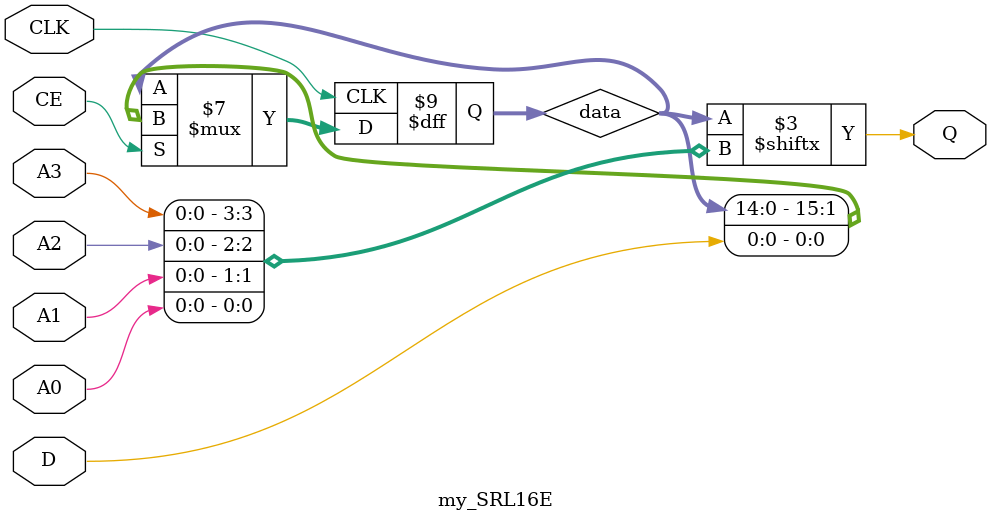
<source format=v>


`timescale 1ns/1ns

`ifndef Tcq
  `define Tcq 1 
`endif

module pcie_blk_ll_credit
//{{{ Module Port/Parameters
#(
       parameter C_STREAMING          = 0,
       parameter C_CALENDAR_STREAMING = 4, 
       parameter C_CALENDAR_LEN       = 9,
       parameter C_CALENDAR_SUB_LEN   = 12,
       //RxStream=68, TxCpl=08, SUB_SEQ=FF
       parameter C_CALENDAR_SEQ       = 72'h68_08_68_2C_68_08_68_0C_FF, //S Tc S T1 S Tc S T2 F
       //CPLLim: tPHl=20,tNPHl=24,tCHl=28,tPDl=2C,tNPDl=30,tCDl=34
       //RFC:    rPHa=40,rPHr=60,rNPHa=44,rNPHr=64,rPDa=4C,rPDr=6C
       parameter C_CALENDAR_SUB_SEQ   = 96'h40_60_44_64_4C_6C_20_24_28_2C_30_34,
       parameter MPS                  = 3'b101,
       parameter LEGACY_EP            = 0,
       //These parameters are only used for SV assertions, and are set via
       //defparams via "board.v".
       parameter BFM_INIT_FC_PH       = 0,
       parameter BFM_INIT_FC_PD       = 0,
       parameter BFM_INIT_FC_NPH      = 0,
       parameter BFM_INIT_FC_NPD      = 0,
       parameter BFM_INIT_FC_CPLH     = 0,
       parameter BFM_INIT_FC_CPLD     = 0
)
(
       // PCIe Block clock and reset
       input  wire         clk,
       input  wire         rst_n,
       // PCIe Block Management Interface
       output reg   [6:0]  mgmt_stats_credit_sel,
       input  wire [11:0]  mgmt_stats_credit,
       // PCIe Soft Macro Trn Interface
       output reg   [7:0]  trn_pfc_ph_cl   = 0,
       output reg   [7:0]  trn_pfc_nph_cl  = 0,
       output reg   [7:0]  trn_pfc_cplh_cl = 0,
       output reg          trn_pfc_cplh_cl_upd = 0,
       output reg  [11:0]  trn_pfc_pd_cl   = 0,
       output reg  [11:0]  trn_pfc_npd_cl  = 0,
       output reg  [11:0]  trn_pfc_cpld_cl = 0,
       input               trn_lnk_up_n,
       output reg   [7:0]  trn_rfc_ph_av          = 0,
       output reg  [11:0]  trn_rfc_pd_av          = 0,
       output reg   [7:0]  trn_rfc_nph_av         = 0,
       output wire [11:0]  trn_rfc_npd_av,
       output wire  [7:0]  trn_rfc_cplh_av,
       output wire [11:0]  trn_rfc_cpld_av,
       // I/O to Rx Arb, for Streaming Credit Data
       input  wire         trn_rcpl_streaming_n,
       output reg   [7:0]  rx_ch_credits_received     = 0,
       output reg          rx_ch_credits_received_inc = 0,
       // I/O for Tx Cpl Data
       output reg   [7:0]  tx_ch_credits_consumed     = 0,
       // I/O for Tx PD 
       output reg  [11:0]  tx_pd_credits_available    = 0,
       output reg  [11:0]  tx_pd_credits_consumed     = 0,
       output reg  [11:0]  tx_npd_credits_available   = 0,
       output reg  [11:0]  tx_npd_credits_consumed    = 0,
       output reg  [11:0]  tx_cd_credits_available    = 0,
       output wire [11:0]  tx_cd_credits_consumed,
       input  wire         clear_cpl_count,
       output reg          pd_credit_limited          = 1, 
       output reg          npd_credit_limited         = 1, 
       output reg          cd_credit_limited          = 1,
       input  wire         l0_stats_cfg_transmitted
); 
//}}}
//{{{ Functions, Regs, Wires, Parameters

reg  [11:0] reg_ph_alloc  = 0;
reg  [11:0] reg_nph_alloc = 0;
reg  [11:0] reg_pd_alloc  = 0;
reg  [11:0] reg_recvd     = 0;
reg   [6:0] mgmt_stats_credit_sel_d = 0;
wire        service_stream;
reg         service_rxrcd_ch        = 0;
wire        service_txcpl;
reg         service_txcon_pd        = 0;
reg         service_txcon_npd       = 0;
reg         service_txcon_cd        = 0;
reg         service_txcon_ch        = 0;
reg         service_txcon_pd_d      = 0;
reg         service_txcon_npd_d     = 0;
reg         service_txcon_cd_d      = 0;
reg         service_txlim_ph        = 0;
reg         service_txlim_nph       = 0;
reg         service_txlim_ch        = 0;
reg         service_txlim_pd        = 0;
reg         service_txlim_npd       = 0;
reg         service_txlim_cd        = 0;
reg         service_txlim_ph_d      = 0;
reg         service_txlim_nph_d     = 0;
reg         service_txlim_ch_d      = 0;
reg         service_txlim_pd_d      = 0;
reg         service_txlim_npd_d     = 0;
reg         service_txlim_cd_d      = 0;
reg         service_rxall_ph        = 0;
reg         service_rxrcd_ph        = 0;
reg         service_rxall_nph       = 0;
reg         service_rxrcd_nph       = 0;
reg         service_rxall_pd        = 0;
reg         service_rxrcd_pd        = 0;
reg         service_rxall_ph_d      = 0;
reg         service_rxall_nph_d     = 0;
reg         service_rxall_pd_d      = 0;
reg         service_rxrcd_ph_d      = 0;
reg         service_rxrcd_nph_d     = 0;
reg         service_rxrcd_pd_d      = 0;
reg         service_rxrcd_ph_d2     = 0;
reg         service_rxrcd_nph_d2    = 0;
reg         service_rxrcd_pd_d2     = 0;
reg         trn_pfc_ph_cl_upd       = 0;
reg         trn_pfc_nph_cl_upd      = 0;
reg         trn_pfc_pd_cl_upd       = 0;
reg         trn_pfc_npd_cl_upd      = 0;
reg         trn_pfc_cpld_cl_upd     = 0;
reg         pd_credit_limited_upd   = 0;
reg         npd_credit_limited_upd  = 0;
reg         cd_credit_limited_upd   = 0;
reg  [11:0] tx_cd_credits_consumed_int   = 0;
reg  [11:0] tx_cd_credits_consumed_all   = 0;
reg  [11:0] tx_cd_credits_consumed_trn   = 0;
reg  [11:0] tx_cd_credits_consumed_diff  = 0;
reg  [11:0] l0_stats_cfg_transmitted_cnt = 0;
reg  [11:0] mgmt_stats_credit_d          = 0;

wire  [7:0] cal_seq_out;
wire  [1:0] cal_tag_out;
wire  [6:0] cal_sub_seq_out;

wire  [7:0] old_cal_seq_out;
wire  [1:0] old_cal_tag_out;
wire  [6:0] old_cal_sub_seq_out;

reg   [3:0] cal_addr   = (C_CALENDAR_LEN     - 1)%16;
wire        cal_enable;
reg   [4:0] initial_header_read_cntr = 0;
reg         initial_header_read = 1;
integer     i,j;

assign trn_rfc_npd_av  = 0;
assign trn_rfc_cplh_av = 0;
assign trn_rfc_cpld_av = 0;

// ==============================
// VC
localparam VC0            = 2'b00;
// ==============================
// Channel
localparam CREDIT_SEL_PH  = 3'b000;
localparam CREDIT_SEL_NPH = 3'b001;
localparam CREDIT_SEL_CH  = 3'b010;
localparam CREDIT_SEL_PD  = 3'b011;
localparam CREDIT_SEL_NPD = 3'b100;
localparam CREDIT_SEL_CD  = 3'b101;
`define CREDIT_SEL_PH   3'h0
`define CREDIT_SEL_NPH  3'h1
`define CREDIT_SEL_CH   3'h2
`define CREDIT_SEL_PD   3'h3
`define CREDIT_SEL_NPD  3'h4
`define CREDIT_SEL_CD   3'h5
// ==============================
// Credit Type Information
localparam CREDIT_TX_CONS  = 2'b00;
localparam CREDIT_TX_LIM   = 2'b01;
localparam CREDIT_RX_ALLO  = 2'b10;
localparam CREDIT_RX_RCVD  = 2'b11;
`define CREDIT_TX_CONS   3'h0
`define CREDIT_TX_LIM    3'h1
`define CREDIT_RX_ALLO   3'h2
`define CREDIT_RX_RCVD   3'h3
// ==============================


function integer numsrl (input integer length);
  begin
    if (length%16 == 0) numsrl = length/16;
    else                numsrl = (length[31:4]+1);
  end
endfunction

function integer parsecal (input integer index, input reg [127:0] CAL_SEQ,
                           input integer CAL_LEN, input integer numsrl);
  integer g;
  begin
    for (g=0; g<numsrl*16; g=g+1)
      if (g>=CAL_LEN)
        parsecal[g] = 0;
      else
        parsecal[g] = CAL_SEQ[index + g*8];
  end
endfunction

function integer tagcal (input integer index, input reg [127:0] CAL_SEQ,
                         input integer CAL_LEN, input integer numsrl);
  integer g;
  reg [5:0] S;
  begin
     for (g=0; g<numsrl*16; g=g+1) begin
      S[5] = CAL_SEQ[g*8+7];
      S[4] = CAL_SEQ[g*8+6];
      S[3] = CAL_SEQ[g*8+5];
      S[2] = CAL_SEQ[g*8+4];
      S[1] = CAL_SEQ[g*8+3];
      S[0] = CAL_SEQ[g*8+2];
      if (g>=CAL_LEN)
        tagcal[g] = 0;
      else if ((S[5:0] == { `CREDIT_TX_CONS , `CREDIT_SEL_PD }) ||
               (S[5:0] == { `CREDIT_TX_LIM ,  `CREDIT_SEL_PD }))
        tagcal[g] = 1;      //PD  = 11
      else if ((S[5:0] == { `CREDIT_TX_CONS , `CREDIT_SEL_NPD }) ||
               (S[5:0] == { `CREDIT_TX_LIM ,  `CREDIT_SEL_NPD }))
        tagcal[g] = index;  //NPD = 10
      else if ((S[5:0] == { `CREDIT_TX_CONS , `CREDIT_SEL_CD }) ||
               (S[5:0] == { `CREDIT_TX_LIM ,  `CREDIT_SEL_CD }))
        tagcal[g] = !index; //CD  = 01 
      else
        tagcal[g] = 0;      //everything else = 00 
     end
  end
endfunction

//}}}

//{{{ Instantiate SRLs for Calendar
parameter number_srls     = numsrl(C_CALENDAR_LEN);
parameter number_srls_sub = numsrl(C_CALENDAR_SUB_LEN);
parameter [number_srls*16-1:0]     CALTAGINIT1 = tagcal(1, C_CALENDAR_SEQ,C_CALENDAR_LEN,number_srls);
parameter [number_srls*16-1:0]     CALTAGINIT0 = tagcal(0, C_CALENDAR_SEQ,C_CALENDAR_LEN,number_srls);
parameter [number_srls*16-1:0]     CALINIT7    = parsecal(7, C_CALENDAR_SEQ,C_CALENDAR_LEN,number_srls);
parameter [number_srls*16-1:0]     CALINIT6    = parsecal(6, C_CALENDAR_SEQ,C_CALENDAR_LEN,number_srls);
parameter [number_srls*16-1:0]     CALINIT5    = parsecal(5, C_CALENDAR_SEQ,C_CALENDAR_LEN,number_srls);
parameter [number_srls*16-1:0]     CALINIT4    = parsecal(4, C_CALENDAR_SEQ,C_CALENDAR_LEN,number_srls);
parameter [number_srls*16-1:0]     CALINIT3    = parsecal(3, C_CALENDAR_SEQ,C_CALENDAR_LEN,number_srls);
parameter [number_srls*16-1:0]     CALINIT2    = parsecal(2, C_CALENDAR_SEQ,C_CALENDAR_LEN,number_srls);
parameter [number_srls_sub*16-1:0] CALSUBINIT6 = parsecal(6, C_CALENDAR_SUB_SEQ,C_CALENDAR_SUB_LEN,number_srls_sub);
parameter [number_srls_sub*16-1:0] CALSUBINIT5 = parsecal(5, C_CALENDAR_SUB_SEQ,C_CALENDAR_SUB_LEN,number_srls_sub);
parameter [number_srls_sub*16-1:0] CALSUBINIT4 = parsecal(4, C_CALENDAR_SUB_SEQ,C_CALENDAR_SUB_LEN,number_srls_sub);
parameter [number_srls_sub*16-1:0] CALSUBINIT3 = parsecal(3, C_CALENDAR_SUB_SEQ,C_CALENDAR_SUB_LEN,number_srls_sub);
parameter [number_srls_sub*16-1:0] CALSUBINIT2 = parsecal(2, C_CALENDAR_SUB_SEQ,C_CALENDAR_SUB_LEN,number_srls_sub);

parameter CAL_SUB_ADDR = (C_CALENDAR_SUB_LEN - 1)%16;

always @(posedge clk) begin
   if (~rst_n) begin
     cal_addr                 <= #`Tcq (C_CALENDAR_LEN - 1)%16;
   end else if (!cal_enable) begin
     cal_addr                 <= #`Tcq cal_addr - 1;
   end
end

always @(posedge clk) begin
   if (~rst_n) begin
     initial_header_read      <= #`Tcq 1;
     initial_header_read_cntr <= #`Tcq 'h0;
   end else begin
     if (initial_header_read_cntr < 'd16) begin
       initial_header_read_cntr <= #`Tcq initial_header_read_cntr + 1;
       initial_header_read      <= #`Tcq 1;
     end else begin
       initial_header_read      <= #`Tcq 0;
     end
   end
end

assign cal_enable = !((!pd_credit_limited  && (cal_tag_out[1:0]==2'b11)) ||
                      (!npd_credit_limited && (cal_tag_out[1:0]==2'b10) && LEGACY_EP) ||
                      (!cd_credit_limited  && (cal_tag_out[1:0]==2'b01)));

assign cal_seq_out[1:0]     = 2'b00;
assign cal_sub_seq_out[1:0] = 2'b00;


assign old_cal_seq_out[1:0]     = 2'b00;
assign old_cal_sub_seq_out[1:0] = 2'b00;


// old SRL, left for comparison
//synthesis translate_off
genvar j_srl;
generate for (j_srl=0; j_srl<number_srls; j_srl=j_srl+1) begin: old_srl_gen
    SRL16E #(.INIT(CALTAGINIT1[15:0])) srl_cal_tag1
     (.D(old_cal_tag_out[1]),.Q(old_cal_tag_out[1]),.CLK(clk),.CE(cal_enable),
      .A3(cal_addr[3]),.A2(cal_addr[2]),.A1(cal_addr[1]),.A0(cal_addr[0]));
    SRL16E #(.INIT(CALTAGINIT0[15:0])) srl_cal_tag0
     (.D(old_cal_tag_out[0]),.Q(old_cal_tag_out[0]),.CLK(clk),.CE(cal_enable),
      .A3(cal_addr[3]),.A2(cal_addr[2]),.A1(cal_addr[1]),.A0(cal_addr[0]));
    SRL16E #(.INIT(CALINIT7[15:0])) srl_cal7 
     (.D(old_cal_seq_out[7]),.Q(old_cal_seq_out[7]),.CLK(clk),.CE(cal_enable),
      .A3(cal_addr[3]),.A2(cal_addr[2]),.A1(cal_addr[1]),.A0(cal_addr[0]));
    SRL16E #(.INIT(CALINIT6[15:0])) srl_cal6
     (.D(old_cal_seq_out[6]),.Q(old_cal_seq_out[6]),.CLK(clk),.CE(cal_enable),
      .A3(cal_addr[3]),.A2(cal_addr[2]),.A1(cal_addr[1]),.A0(cal_addr[0]));
    SRL16E #(.INIT(CALINIT5[15:0])) srl_cal5
     (.D(old_cal_seq_out[5]),.Q(old_cal_seq_out[5]),.CLK(clk),.CE(cal_enable),
      .A3(cal_addr[3]),.A2(cal_addr[2]),.A1(cal_addr[1]),.A0(cal_addr[0]));
    SRL16E #(.INIT(CALINIT4[15:0])) srl_cal4
     (.D(old_cal_seq_out[4]),.Q(old_cal_seq_out[4]),.CLK(clk),.CE(cal_enable),
      .A3(cal_addr[3]),.A2(cal_addr[2]),.A1(cal_addr[1]),.A0(cal_addr[0]));
    SRL16E #(.INIT(CALINIT3[15:0])) srl_cal3
     (.D(old_cal_seq_out[3]),.Q(old_cal_seq_out[3]),.CLK(clk),.CE(cal_enable),
      .A3(cal_addr[3]),.A2(cal_addr[2]),.A1(cal_addr[1]),.A0(cal_addr[0]));
    SRL16E #(.INIT(CALINIT2[15:0])) srl_cal2
     (.D(old_cal_seq_out[2]),.Q(old_cal_seq_out[2]),.CLK(clk),.CE(cal_enable),
      .A3(cal_addr[3]),.A2(cal_addr[2]),.A1(cal_addr[1]),.A0(cal_addr[0]));
end
endgenerate
//synthesis translate_on


genvar i_srl;
generate for (i_srl=0; i_srl<number_srls; i_srl=i_srl+1) begin: srl_gen
    my_SRL16E #(.INIT(CALTAGINIT1[15:0])) srl_cal_tag1
     (.D(cal_tag_out[1]),.Q(cal_tag_out[1]),.CLK(clk),.CE(cal_enable & rst_n),
      .A3(cal_addr[3]),.A2(cal_addr[2]),.A1(cal_addr[1]),.A0(cal_addr[0]));
    my_SRL16E #(.INIT(CALTAGINIT0[15:0])) srl_cal_tag0
     (.D(cal_tag_out[0]),.Q(cal_tag_out[0]),.CLK(clk),.CE(cal_enable & rst_n),
      .A3(cal_addr[3]),.A2(cal_addr[2]),.A1(cal_addr[1]),.A0(cal_addr[0]));
    my_SRL16E #(.INIT(CALINIT7[15:0])) srl_cal7 
     (.D(cal_seq_out[7]),.Q(cal_seq_out[7]),.CLK(clk),.CE(cal_enable & rst_n),
      .A3(cal_addr[3]),.A2(cal_addr[2]),.A1(cal_addr[1]),.A0(cal_addr[0]));
    my_SRL16E #(.INIT(CALINIT6[15:0])) srl_cal6
     (.D(cal_seq_out[6]),.Q(cal_seq_out[6]),.CLK(clk),.CE(cal_enable & rst_n),
      .A3(cal_addr[3]),.A2(cal_addr[2]),.A1(cal_addr[1]),.A0(cal_addr[0]));
    my_SRL16E #(.INIT(CALINIT5[15:0])) srl_cal5
     (.D(cal_seq_out[5]),.Q(cal_seq_out[5]),.CLK(clk),.CE(cal_enable & rst_n),
      .A3(cal_addr[3]),.A2(cal_addr[2]),.A1(cal_addr[1]),.A0(cal_addr[0]));
    my_SRL16E #(.INIT(CALINIT4[15:0])) srl_cal4
     (.D(cal_seq_out[4]),.Q(cal_seq_out[4]),.CLK(clk),.CE(cal_enable & rst_n),
      .A3(cal_addr[3]),.A2(cal_addr[2]),.A1(cal_addr[1]),.A0(cal_addr[0]));
    my_SRL16E #(.INIT(CALINIT3[15:0])) srl_cal3
     (.D(cal_seq_out[3]),.Q(cal_seq_out[3]),.CLK(clk),.CE(cal_enable & rst_n),
      .A3(cal_addr[3]),.A2(cal_addr[2]),.A1(cal_addr[1]),.A0(cal_addr[0]));
    my_SRL16E #(.INIT(CALINIT2[15:0])) srl_cal2
     (.D(cal_seq_out[2]),.Q(cal_seq_out[2]),.CLK(clk),.CE(cal_enable & rst_n),
      .A3(cal_addr[3]),.A2(cal_addr[2]),.A1(cal_addr[1]),.A0(cal_addr[0]));
end
endgenerate


// old SRL, left for comparison
//synthesis translate_off
genvar j_ssrl;
generate for (j_ssrl=0; j_ssrl<number_srls_sub; j_ssrl=j_ssrl+1) begin: old_sub_srl_gen

    SRL16E #(.INIT(CALSUBINIT6[15:0])) srl_sub_cal6
     (.D(old_cal_sub_seq_out[6]),.Q(old_cal_sub_seq_out[6]),.CLK(clk),.CE(cal_seq_out[7]),
      .A3(CAL_SUB_ADDR[3]),.A2(CAL_SUB_ADDR[2]),.A1(CAL_SUB_ADDR[1]),.A0(CAL_SUB_ADDR[0]));
    SRL16E #(.INIT(CALSUBINIT5[15:0])) srl_sub_cal5
     (.D(old_cal_sub_seq_out[5]),.Q(old_cal_sub_seq_out[5]),.CLK(clk),.CE(cal_seq_out[7]),
      .A3(CAL_SUB_ADDR[3]),.A2(CAL_SUB_ADDR[2]),.A1(CAL_SUB_ADDR[1]),.A0(CAL_SUB_ADDR[0]));
    SRL16E #(.INIT(CALSUBINIT4[15:0])) srl_sub_cal4
     (.D(old_cal_sub_seq_out[4]),.Q(old_cal_sub_seq_out[4]),.CLK(clk),.CE(cal_seq_out[7]),
      .A3(CAL_SUB_ADDR[3]),.A2(CAL_SUB_ADDR[2]),.A1(CAL_SUB_ADDR[1]),.A0(CAL_SUB_ADDR[0]));
    SRL16E #(.INIT(CALSUBINIT3[15:0])) srl_sub_cal3
     (.D(old_cal_sub_seq_out[3]),.Q(old_cal_sub_seq_out[3]),.CLK(clk),.CE(cal_seq_out[7]),
      .A3(CAL_SUB_ADDR[3]),.A2(CAL_SUB_ADDR[2]),.A1(CAL_SUB_ADDR[1]),.A0(CAL_SUB_ADDR[0]));
    SRL16E #(.INIT(CALSUBINIT2[15:0])) srl_sub_cal2
     (.D(old_cal_sub_seq_out[2]),.Q(old_cal_sub_seq_out[2]),.CLK(clk),.CE(cal_seq_out[7]),
      .A3(CAL_SUB_ADDR[3]),.A2(CAL_SUB_ADDR[2]),.A1(CAL_SUB_ADDR[1]),.A0(CAL_SUB_ADDR[0]));
end
endgenerate
//synthesis translate_on



genvar i_ssrl;
generate for (i_ssrl=0; i_ssrl<number_srls_sub; i_ssrl=i_ssrl+1) begin: sub_srl_gen
    my_SRL16E #(.INIT(CALSUBINIT6[15:0])) srl_sub_cal6
     (.D(cal_sub_seq_out[6]),.Q(cal_sub_seq_out[6]),.CLK(clk),.CE(cal_seq_out[7] & rst_n),
      .A3(CAL_SUB_ADDR[3]),.A2(CAL_SUB_ADDR[2]),.A1(CAL_SUB_ADDR[1]),.A0(CAL_SUB_ADDR[0]));
    my_SRL16E #(.INIT(CALSUBINIT5[15:0])) srl_sub_cal5
     (.D(cal_sub_seq_out[5]),.Q(cal_sub_seq_out[5]),.CLK(clk),.CE(cal_seq_out[7] & rst_n),
      .A3(CAL_SUB_ADDR[3]),.A2(CAL_SUB_ADDR[2]),.A1(CAL_SUB_ADDR[1]),.A0(CAL_SUB_ADDR[0]));
    my_SRL16E #(.INIT(CALSUBINIT4[15:0])) srl_sub_cal4
     (.D(cal_sub_seq_out[4]),.Q(cal_sub_seq_out[4]),.CLK(clk),.CE(cal_seq_out[7] & rst_n),
      .A3(CAL_SUB_ADDR[3]),.A2(CAL_SUB_ADDR[2]),.A1(CAL_SUB_ADDR[1]),.A0(CAL_SUB_ADDR[0]));
    my_SRL16E #(.INIT(CALSUBINIT3[15:0])) srl_sub_cal3
     (.D(cal_sub_seq_out[3]),.Q(cal_sub_seq_out[3]),.CLK(clk),.CE(cal_seq_out[7] & rst_n),
      .A3(CAL_SUB_ADDR[3]),.A2(CAL_SUB_ADDR[2]),.A1(CAL_SUB_ADDR[1]),.A0(CAL_SUB_ADDR[0]));
    my_SRL16E #(.INIT(CALSUBINIT2[15:0])) srl_sub_cal2
     (.D(cal_sub_seq_out[2]),.Q(cal_sub_seq_out[2]),.CLK(clk),.CE(cal_seq_out[7] & rst_n),
      .A3(CAL_SUB_ADDR[3]),.A2(CAL_SUB_ADDR[2]),.A1(CAL_SUB_ADDR[1]),.A0(CAL_SUB_ADDR[0]));
end
endgenerate



//}}}
//{{{ Parse Calendar & Trigger for Service of Streaming or Tx Cpl Credit Data
always @(posedge clk) begin
   if (~rst_n || trn_lnk_up_n) begin
     mgmt_stats_credit_sel   <= #`Tcq 'h0;
     mgmt_stats_credit_sel_d <= #`Tcq 'h0;
     service_rxall_ph  <= #`Tcq 1'b0;
     service_rxall_nph <= #`Tcq 1'b0;
     service_rxall_pd  <= #`Tcq 1'b0;
     service_rxrcd_ph  <= #`Tcq 1'b0;
     service_rxrcd_nph <= #`Tcq 1'b0;
     service_rxrcd_ch  <= #`Tcq 1'b0;
     service_rxrcd_pd  <= #`Tcq 1'b0;
     service_txcon_ch  <= #`Tcq 1'b0;
     service_txcon_pd  <= #`Tcq 1'b0;
     service_txcon_npd <= #`Tcq 1'b0;
     service_txcon_cd  <= #`Tcq 1'b0;
     service_txlim_ph  <= #`Tcq 1'b0;
     service_txlim_nph <= #`Tcq 1'b0;
     service_txlim_ch  <= #`Tcq 1'b0;
     service_txlim_pd  <= #`Tcq 1'b0;
     service_txlim_npd <= #`Tcq 1'b0;
     service_txlim_cd  <= #`Tcq 1'b0;
   end else begin
     mgmt_stats_credit_sel   <= #`Tcq {(cal_seq_out[7] || initial_header_read )? cal_sub_seq_out[6:2]:cal_seq_out[6:2], VC0};
     mgmt_stats_credit_sel_d <= #`Tcq mgmt_stats_credit_sel;
     service_rxall_ph  <= #`Tcq mgmt_stats_credit_sel_d[6:2] == {CREDIT_RX_ALLO,CREDIT_SEL_PH}; //0x40
     service_rxall_nph <= #`Tcq mgmt_stats_credit_sel_d[6:2] == {CREDIT_RX_ALLO,CREDIT_SEL_NPH};//0x44
     service_rxall_pd  <= #`Tcq mgmt_stats_credit_sel_d[6:2] == {CREDIT_RX_ALLO,CREDIT_SEL_PD}; //0x4C
     service_rxrcd_ph  <= #`Tcq mgmt_stats_credit_sel_d[6:2] == {CREDIT_RX_RCVD,CREDIT_SEL_PH}; //0x60
     service_rxrcd_nph <= #`Tcq mgmt_stats_credit_sel_d[6:2] == {CREDIT_RX_RCVD,CREDIT_SEL_NPH};//0x64
     service_rxrcd_ch  <= #`Tcq mgmt_stats_credit_sel_d[6:2] == {CREDIT_RX_RCVD,CREDIT_SEL_CH}; //0x68 (streaming)
     service_rxrcd_pd  <= #`Tcq mgmt_stats_credit_sel_d[6:2] == {CREDIT_RX_RCVD,CREDIT_SEL_PD}; //0x6C
     service_txcon_ch  <= #`Tcq mgmt_stats_credit_sel_d[6:2] == {CREDIT_TX_CONS,CREDIT_SEL_CH}; //0x08 (tx cpl fix)
     service_txcon_pd  <= #`Tcq mgmt_stats_credit_sel_d[6:2] == {CREDIT_TX_CONS,CREDIT_SEL_PD}; //0x0C (tx  PDcredit fix2)
     service_txcon_npd <= #`Tcq mgmt_stats_credit_sel_d[6:2] == {CREDIT_TX_CONS,CREDIT_SEL_NPD};//0x10 (tx NPDcredit fix2)
     service_txcon_cd  <= #`Tcq mgmt_stats_credit_sel_d[6:2] == {CREDIT_TX_CONS,CREDIT_SEL_CD}; //0x14 (tx  CDcredit fix2)
     service_txlim_ph  <= #`Tcq mgmt_stats_credit_sel_d[6:2] == {CREDIT_TX_LIM, CREDIT_SEL_PH}; //0x20
     service_txlim_nph <= #`Tcq mgmt_stats_credit_sel_d[6:2] == {CREDIT_TX_LIM, CREDIT_SEL_NPH};//0x24
     service_txlim_ch  <= #`Tcq mgmt_stats_credit_sel_d[6:2] == {CREDIT_TX_LIM, CREDIT_SEL_CH}; //0x28
     service_txlim_pd  <= #`Tcq mgmt_stats_credit_sel_d[6:2] == {CREDIT_TX_LIM, CREDIT_SEL_PD}; //0x2C (tx  PDcredit fix1)
     service_txlim_npd <= #`Tcq mgmt_stats_credit_sel_d[6:2] == {CREDIT_TX_LIM, CREDIT_SEL_NPD};//0x30 (tx NPDcredit fix1)
     service_txlim_cd  <= #`Tcq mgmt_stats_credit_sel_d[6:2] == {CREDIT_TX_LIM, CREDIT_SEL_CD}; //0x34 (tx  CDcredit fix1)
   end
end

assign service_stream = service_rxrcd_ch;
assign service_txcpl  = service_txcon_ch;
//}}}
//{{{ Capture Credit Data for Streaming Mode
always @(posedge clk) begin
   if (~rst_n) begin
      rx_ch_credits_received     <= #`Tcq 0;
      rx_ch_credits_received_inc <= #`Tcq 0;
   // requested CplH-rcvd when service_stream=1
   // wait 2 cycles for data
   end else if (service_stream) begin
      rx_ch_credits_received     <= #`Tcq mgmt_stats_credit[7:0];
      rx_ch_credits_received_inc <= #`Tcq (mgmt_stats_credit[7:0] != rx_ch_credits_received);
   end else begin
      rx_ch_credits_received_inc <= #`Tcq 0;
   end
end
//}}}
//{{{ Capture Credit Data for Tx Cpl Issue
always @(posedge clk) begin
   if (~rst_n) begin
      tx_ch_credits_consumed <= #`Tcq 0;
   end else if (service_txcpl) begin
      tx_ch_credits_consumed <= #`Tcq mgmt_stats_credit[7:0];
   end
end
//}}}
//{{{ Capture Credit Data for Tx Blocking Data Credit Issue
always @(posedge clk) begin
   if (~rst_n) begin
      service_txcon_pd_d           <= #`Tcq 0;
      service_txcon_npd_d          <= #`Tcq 0;
      service_txcon_cd_d           <= #`Tcq 0;
      tx_pd_credits_consumed       <= #`Tcq 0;
      tx_pd_credits_available      <= #`Tcq 0;
      tx_npd_credits_consumed      <= #`Tcq 0;
      tx_npd_credits_available     <= #`Tcq 0;
      tx_cd_credits_consumed_all   <= #`Tcq 0;
      tx_cd_credits_consumed_trn   <= #`Tcq 0;
      tx_cd_credits_consumed_int   <= #`Tcq 0;
      tx_cd_credits_consumed_diff  <= #`Tcq 'h0;
      tx_cd_credits_available      <= #`Tcq 0;
      l0_stats_cfg_transmitted_cnt <= #`Tcq 'h0;
   end else begin
      service_txcon_pd_d           <= #`Tcq service_txcon_pd;
      service_txcon_npd_d          <= #`Tcq service_txcon_npd;
      service_txcon_cd_d           <= #`Tcq service_txcon_cd;
      if (service_txcon_pd_d) begin
        tx_pd_credits_consumed   <= #`Tcq mgmt_stats_credit_d[11:0];
        tx_pd_credits_available  <= #`Tcq trn_pfc_pd_cl - mgmt_stats_credit_d[11:0];
      end
      if (LEGACY_EP && service_txcon_npd_d) begin
        tx_npd_credits_consumed  <= #`Tcq mgmt_stats_credit_d[11:0];
        tx_npd_credits_available <= #`Tcq trn_pfc_npd_cl - mgmt_stats_credit_d[11:0];
      end
      if (service_txcon_cd_d) begin
        tx_cd_credits_consumed_int <= #`Tcq mgmt_stats_credit_d[11:0];
        tx_cd_credits_consumed_diff<= #`Tcq mgmt_stats_credit_d[11:0] - tx_cd_credits_consumed_int;
        tx_cd_credits_available    <= #`Tcq trn_pfc_cpld_cl - mgmt_stats_credit_d[11:0];
      end else begin
        tx_cd_credits_consumed_diff<= #`Tcq 'h0;
      end
      tx_cd_credits_consumed_all   <= #`Tcq tx_cd_credits_consumed_all + tx_cd_credits_consumed_diff;
      tx_cd_credits_consumed_trn   <= #`Tcq tx_cd_credits_consumed_all - l0_stats_cfg_transmitted_cnt;
      if (clear_cpl_count) 
        l0_stats_cfg_transmitted_cnt <= #`Tcq 0;
      else
        l0_stats_cfg_transmitted_cnt <= #`Tcq l0_stats_cfg_transmitted_cnt + l0_stats_cfg_transmitted;
   end
end

assign  tx_cd_credits_consumed     = tx_cd_credits_consumed_all;

//}}}
//{{{ Capture Credit Data for RFC
always @(posedge clk) begin
   if (~rst_n) begin
      service_rxall_ph_d  <= #`Tcq 0;
      service_rxall_nph_d <= #`Tcq 0;
      service_rxall_pd_d  <= #`Tcq 0;
      service_rxrcd_ph_d  <= #`Tcq 0;
      service_rxrcd_nph_d <= #`Tcq 0;
      service_rxrcd_pd_d  <= #`Tcq 0;
      service_rxrcd_ph_d2 <= #`Tcq 0;
      service_rxrcd_nph_d2<= #`Tcq 0;
      service_rxrcd_pd_d2 <= #`Tcq 0;
      reg_ph_alloc        <= #`Tcq 0;
      reg_nph_alloc       <= #`Tcq 0;
      reg_pd_alloc        <= #`Tcq 0;
      reg_recvd           <= #`Tcq 0;
      trn_rfc_ph_av       <= #`Tcq 0;
      trn_rfc_nph_av      <= #`Tcq 0;
      trn_rfc_pd_av       <= #`Tcq 0;
   end else begin
      service_rxall_ph_d  <= #`Tcq service_rxall_ph;
      service_rxall_nph_d <= #`Tcq service_rxall_nph;
      service_rxall_pd_d  <= #`Tcq service_rxall_pd;
      service_rxrcd_ph_d  <= #`Tcq service_rxrcd_ph;
      service_rxrcd_nph_d <= #`Tcq service_rxrcd_nph;
      service_rxrcd_pd_d  <= #`Tcq service_rxrcd_pd;
      service_rxrcd_ph_d2 <= #`Tcq service_rxrcd_ph_d;
      service_rxrcd_nph_d2<= #`Tcq service_rxrcd_nph_d;
      service_rxrcd_pd_d2 <= #`Tcq service_rxrcd_pd_d;
      if (service_rxall_ph_d) 
        reg_ph_alloc        <= #`Tcq mgmt_stats_credit_d;
      if (service_rxall_nph_d) 
        reg_nph_alloc       <= #`Tcq mgmt_stats_credit_d;
      if (service_rxall_pd_d) 
        reg_pd_alloc        <= #`Tcq mgmt_stats_credit_d;
      if (service_rxrcd_ph_d || service_rxrcd_nph_d || service_rxrcd_pd_d)
        reg_recvd           <= #`Tcq mgmt_stats_credit_d;
      if (service_rxrcd_ph_d2)
        trn_rfc_ph_av     <= #`Tcq reg_ph_alloc  - reg_recvd;
      if (service_rxrcd_nph_d2)
        trn_rfc_nph_av    <= #`Tcq reg_nph_alloc - reg_recvd;
      if (service_rxrcd_pd_d2)
        trn_rfc_pd_av     <= #`Tcq reg_pd_alloc  - reg_recvd;
   end
end

//}}}

always @(posedge clk) begin
   if (~rst_n) begin
     mgmt_stats_credit_d    <= #`Tcq 'h0;
     service_txlim_ph_d     <= #`Tcq 1'b0;
     service_txlim_nph_d    <= #`Tcq 1'b0;
     service_txlim_ch_d     <= #`Tcq 1'b0;
     service_txlim_pd_d     <= #`Tcq 1'b0;
     service_txlim_npd_d    <= #`Tcq 1'b0;
     service_txlim_cd_d     <= #`Tcq 1'b0;
     trn_pfc_ph_cl          <= #`Tcq 'h0;
     trn_pfc_nph_cl         <= #`Tcq 'h0;
     trn_pfc_cplh_cl        <= #`Tcq 'h0;
     trn_pfc_pd_cl          <= #`Tcq 'h0;
     trn_pfc_npd_cl         <= #`Tcq 'h0;
     trn_pfc_cpld_cl        <= #`Tcq 'h0;
     trn_pfc_ph_cl_upd      <= #`Tcq 1'b0;
     trn_pfc_nph_cl_upd     <= #`Tcq 1'b0;
     trn_pfc_cplh_cl_upd    <= #`Tcq 1'b0;
     trn_pfc_pd_cl_upd      <= #`Tcq 1'b0;
     trn_pfc_npd_cl_upd     <= #`Tcq 1'b0;
     trn_pfc_cpld_cl_upd    <= #`Tcq 1'b0;
   end else begin
     mgmt_stats_credit_d    <= #`Tcq mgmt_stats_credit;
     service_txlim_ph_d     <= #`Tcq service_txlim_ph;
     service_txlim_nph_d    <= #`Tcq service_txlim_nph;
     service_txlim_ch_d     <= #`Tcq service_txlim_ch;
     service_txlim_pd_d     <= #`Tcq service_txlim_pd;
     service_txlim_npd_d    <= #`Tcq service_txlim_npd;
     service_txlim_cd_d     <= #`Tcq service_txlim_cd;
     if (service_txlim_ph_d) begin
       trn_pfc_ph_cl          <= #`Tcq mgmt_stats_credit_d[7:0];
       trn_pfc_ph_cl_upd      <= #`Tcq 1'b1;
     end
     if (service_txlim_nph_d) begin
       trn_pfc_nph_cl         <= #`Tcq mgmt_stats_credit_d[7:0];
       trn_pfc_nph_cl_upd     <= #`Tcq 1'b1;
     end
     if (service_txlim_ch_d) begin
       trn_pfc_cplh_cl        <= #`Tcq mgmt_stats_credit_d[7:0];
       trn_pfc_cplh_cl_upd    <= #`Tcq 1'b1;
     end
     if (service_txlim_pd_d) begin
       trn_pfc_pd_cl    <= #`Tcq (mgmt_stats_credit_d[11:0] == 0) ? 12'hfff :
                                  mgmt_stats_credit_d[11:0];
       trn_pfc_pd_cl_upd      <= #`Tcq 1'b1;
     end
     if (service_txlim_npd_d) begin
       trn_pfc_npd_cl   <= #`Tcq (mgmt_stats_credit_d[11:0] == 0) ? 12'hfff :
                                  mgmt_stats_credit_d[11:0];
       trn_pfc_npd_cl_upd     <= #`Tcq 1'b1;
     end
     if (service_txlim_cd_d) begin
       trn_pfc_cpld_cl        <= #`Tcq mgmt_stats_credit_d[11:0];
       trn_pfc_cpld_cl_upd    <= #`Tcq 1'b1;
     end
   end
end


always @(posedge clk) begin
   if (~rst_n) begin
     pd_credit_limited      <= #`Tcq 1'b1; //assume restricted until find out otherwise
     npd_credit_limited     <= #`Tcq 1'b1; //assume restricted until find out otherwise
     cd_credit_limited      <= #`Tcq 1'b1; //assume restricted until find out otherwise
     pd_credit_limited_upd  <= #`Tcq 1'b0;
     npd_credit_limited_upd <= #`Tcq 1'b0;
     cd_credit_limited_upd  <= #`Tcq 1'b0;
   end else begin
     if (!pd_credit_limited_upd  && trn_pfc_ph_cl_upd  && trn_pfc_pd_cl_upd) begin
       pd_credit_limited      <= #`Tcq trn_pfc_pd_cl < (trn_pfc_ph_cl*8*(2**MPS));
       pd_credit_limited_upd  <= #`Tcq 1'b1;
     end
     if (!npd_credit_limited_upd && trn_pfc_nph_cl_upd && trn_pfc_npd_cl_upd) begin
       npd_credit_limited     <= #`Tcq (trn_pfc_npd_cl < trn_pfc_nph_cl) && LEGACY_EP;
       npd_credit_limited_upd <= #`Tcq 1'b1;
     end
     if (!cd_credit_limited_upd && trn_pfc_cplh_cl_upd && trn_pfc_cpld_cl_upd) begin
       cd_credit_limited      <= #`Tcq trn_pfc_cpld_cl < (trn_pfc_cplh_cl*8*(2**MPS));
       cd_credit_limited_upd  <= #`Tcq 1'b1;
     end
   end
end

//{{{ Assertions
`ifdef SV
//synthesis translate_off
   ASSERT_DETECT_POSTED_LIMITED:     assert property (@(posedge clk)
       rst_n[*256] |-> (BFM_INIT_FC_PH<BFM_INIT_FC_PD*8*(MPS+1))      ? pd_credit_limited  : ~pd_credit_limited
                           ) else $fatal;
   ASSERT_DETECT_NONPOSTED_LIMITED:  assert property (@(posedge clk)
       rst_n[*256] |-> ((BFM_INIT_FC_NPH<BFM_INIT_FC_NPD)&&LEGACY_EP) ? npd_credit_limited : ~npd_credit_limited
                           ) else $fatal;
   ASSERT_DETECT_COMPLETION_LIMITED: assert property (@(posedge clk)
       rst_n[*256] |-> (BFM_INIT_FC_CPLH<BFM_INIT_FC_CPLD*8*(MPS+1))  ? cd_credit_limited  : ~cd_credit_limited
                           ) else $fatal;
   ASSERT_POSTED_LIMITED_POLL1:      assert property (@(posedge clk)
       rst_n[*256] ##1 pd_credit_limited  |-> ##[1:16] (mgmt_stats_credit_sel == 7'h2C)
                           ) else $fatal;
   ASSERT_POSTED_LIMITED_POLL2:      assert property (@(posedge clk)
       rst_n[*256] ##1 pd_credit_limited  |-> ##[1:16] (mgmt_stats_credit_sel == 7'h0C)
                           ) else $fatal;
   ASSERT_POSTED_NOT_LIMITED_POLL:   assert property (@(posedge clk)
       rst_n[*256] ##1 ((cal_seq_out[6:0]==7'h2C) || (cal_seq_out[6:0]==7'h0C))|-> pd_credit_limited
                           ) else $fatal;
   ASSERT_NONPOSTED_LIMITED_POLL1:   assert property (@(posedge clk)
       rst_n[*256] ##1 npd_credit_limited |-> ##[1:16] (mgmt_stats_credit_sel == 7'h30)
                           ) else $fatal;
   ASSERT_NONPOSTED_LIMITED_POLL2:   assert property (@(posedge clk)
       rst_n[*256] ##1 npd_credit_limited |-> ##[1:16] (mgmt_stats_credit_sel == 7'h10)
                           ) else $fatal;
   ASSERT_NONPOSTED_NOT_LIMITED_POLL:assert property (@(posedge clk)
       rst_n[*256] ##1 ((cal_seq_out[6:0]==7'h30) || (cal_seq_out[6:0]==7'h10))|-> npd_credit_limited
                           ) else $fatal;
   ASSERT_COMPLETION_LIMITED_POLL1:  assert property (@(posedge clk)
       rst_n[*256] ##1 cd_credit_limited  |-> ##[1:16] (mgmt_stats_credit_sel == 7'h34)
                           ) else $fatal;
   ASSERT_COMPLETION_LIMITED_POLL2:  assert property (@(posedge clk)
       rst_n[*256] ##1 cd_credit_limited  |-> ##[1:16] (mgmt_stats_credit_sel == 7'h14)
                           ) else $fatal;
   ASSERT_COMPLETION_NOT_LIMITED_POLL:assert property (@(posedge clk)
       rst_n[*256] ##1 ((cal_seq_out[6:0]==7'h34) || (cal_seq_out[6:0]==7'h14))|-> cd_credit_limited
                           ) else $fatal;
   ASSERT_NEVER_POLL_ZEROS:           assert property (@(posedge clk)  //assume we never poll 00
       rst_n |-> ##1 (mgmt_stats_credit_sel != 7'h00)
                           ) else $fatal;
   ASSERT_NEVER_POLL_X_S:             assert property (@(posedge clk)
       rst_n |-> ((^mgmt_stats_credit_sel) == 1'b0) || ((^mgmt_stats_credit_sel) == 1'b1)
                           ) else $fatal;
     
   ASSERT_MATCH_CAL_TAG : assert property (@(posedge clk)
      rst_n |-> ##1 (old_cal_tag_out == cal_tag_out)) else $fatal;

   ASSERT_MATCH_CAL_SEQ : assert property (@(posedge clk)
      rst_n |-> ##1 (old_cal_seq_out == cal_seq_out)) else $fatal;

   ASSERT_MATCH_CAL_SUB_SEQ : assert property (@(posedge clk)
      rst_n |-> ##1 (old_cal_sub_seq_out == cal_sub_seq_out)) else $fatal;




//synthesis translate_on
`endif
//}}}

endmodule // pcie_blk_ll_credit

// synthesis attribute shreg_extract of my_SRL16E is no;
module my_SRL16E #(
   parameter INIT = 16'h0000 
   )( 
     output Q,
     input A0,
     input A1,
     input A2,
     input A3,
     input CE,
     input CLK,
     input D
   );

    reg  [15:0] data = INIT;

    assign Q = data[{A3, A2, A1, A0}];

    always @(posedge CLK)
    begin
        if (CE == 1'b1) begin
            {data[15:0]} <= #1 {data[14:0], D};
        end
    end


endmodule




</source>
